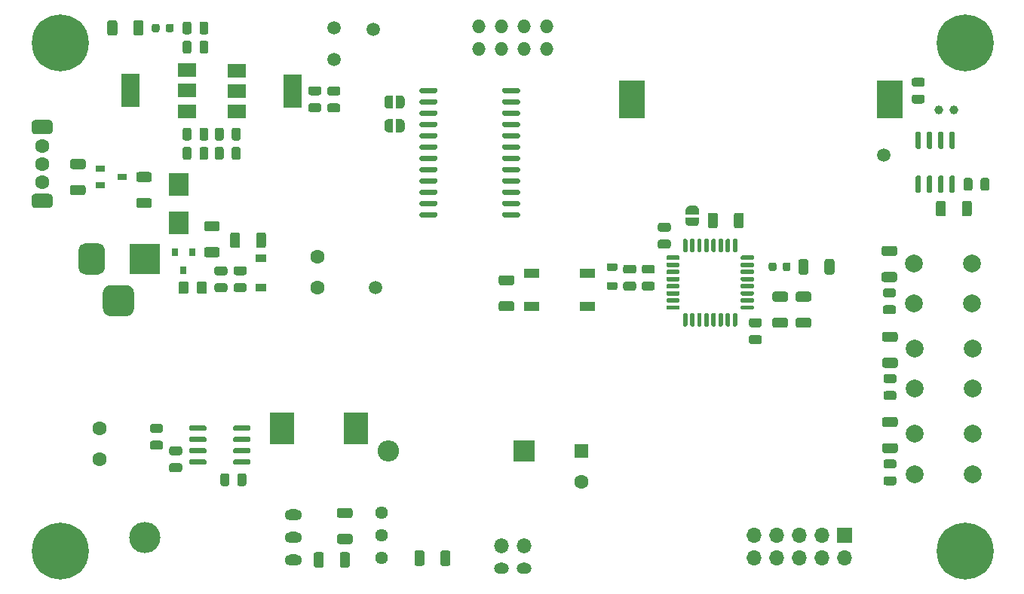
<source format=gts>
G04 #@! TF.GenerationSoftware,KiCad,Pcbnew,(5.1.12-1-10_14)*
G04 #@! TF.CreationDate,2022-01-30T16:39:28+01:00*
G04 #@! TF.ProjectId,NixieDisplayMotherBoardV2,4e697869-6544-4697-9370-6c61794d6f74,rev?*
G04 #@! TF.SameCoordinates,Original*
G04 #@! TF.FileFunction,Soldermask,Top*
G04 #@! TF.FilePolarity,Negative*
%FSLAX46Y46*%
G04 Gerber Fmt 4.6, Leading zero omitted, Abs format (unit mm)*
G04 Created by KiCad (PCBNEW (5.1.12-1-10_14)) date 2022-01-30 16:39:28*
%MOMM*%
%LPD*%
G01*
G04 APERTURE LIST*
%ADD10C,1.600000*%
%ADD11C,1.000000*%
%ADD12R,2.000000X1.500000*%
%ADD13R,2.000000X3.800000*%
%ADD14C,1.500000*%
%ADD15R,1.700000X1.000000*%
%ADD16C,2.000000*%
%ADD17C,1.440000*%
%ADD18O,1.955800X1.270000*%
%ADD19O,3.500000X3.500000*%
%ADD20R,0.800000X0.900000*%
%ADD21R,1.000000X0.700000*%
%ADD22R,2.700000X3.600000*%
%ADD23C,0.100000*%
%ADD24O,1.700000X1.700000*%
%ADD25R,1.700000X1.700000*%
%ADD26R,3.500000X3.500000*%
%ADD27O,1.676400X1.270000*%
%ADD28O,1.676400X1.676400*%
%ADD29O,1.524000X1.524000*%
%ADD30C,0.800000*%
%ADD31C,6.400000*%
%ADD32O,2.400000X2.400000*%
%ADD33R,2.400000X2.400000*%
%ADD34R,1.200000X0.900000*%
%ADD35R,2.300000X2.500000*%
%ADD36R,1.600000X1.600000*%
%ADD37R,3.000000X4.200000*%
G04 APERTURE END LIST*
D10*
X96443800Y-119832000D03*
X96443800Y-116332000D03*
D11*
X192441300Y-80518000D03*
X190741300Y-80518000D03*
G36*
G01*
X141699000Y-78496500D02*
X141699000Y-78221500D01*
G75*
G02*
X141836500Y-78084000I137500J0D01*
G01*
X143561500Y-78084000D01*
G75*
G02*
X143699000Y-78221500I0J-137500D01*
G01*
X143699000Y-78496500D01*
G75*
G02*
X143561500Y-78634000I-137500J0D01*
G01*
X141836500Y-78634000D01*
G75*
G02*
X141699000Y-78496500I0J137500D01*
G01*
G37*
G36*
G01*
X141699000Y-79766500D02*
X141699000Y-79491500D01*
G75*
G02*
X141836500Y-79354000I137500J0D01*
G01*
X143561500Y-79354000D01*
G75*
G02*
X143699000Y-79491500I0J-137500D01*
G01*
X143699000Y-79766500D01*
G75*
G02*
X143561500Y-79904000I-137500J0D01*
G01*
X141836500Y-79904000D01*
G75*
G02*
X141699000Y-79766500I0J137500D01*
G01*
G37*
G36*
G01*
X141699000Y-81036500D02*
X141699000Y-80761500D01*
G75*
G02*
X141836500Y-80624000I137500J0D01*
G01*
X143561500Y-80624000D01*
G75*
G02*
X143699000Y-80761500I0J-137500D01*
G01*
X143699000Y-81036500D01*
G75*
G02*
X143561500Y-81174000I-137500J0D01*
G01*
X141836500Y-81174000D01*
G75*
G02*
X141699000Y-81036500I0J137500D01*
G01*
G37*
G36*
G01*
X141699000Y-82306500D02*
X141699000Y-82031500D01*
G75*
G02*
X141836500Y-81894000I137500J0D01*
G01*
X143561500Y-81894000D01*
G75*
G02*
X143699000Y-82031500I0J-137500D01*
G01*
X143699000Y-82306500D01*
G75*
G02*
X143561500Y-82444000I-137500J0D01*
G01*
X141836500Y-82444000D01*
G75*
G02*
X141699000Y-82306500I0J137500D01*
G01*
G37*
G36*
G01*
X141699000Y-83576500D02*
X141699000Y-83301500D01*
G75*
G02*
X141836500Y-83164000I137500J0D01*
G01*
X143561500Y-83164000D01*
G75*
G02*
X143699000Y-83301500I0J-137500D01*
G01*
X143699000Y-83576500D01*
G75*
G02*
X143561500Y-83714000I-137500J0D01*
G01*
X141836500Y-83714000D01*
G75*
G02*
X141699000Y-83576500I0J137500D01*
G01*
G37*
G36*
G01*
X141699000Y-84846500D02*
X141699000Y-84571500D01*
G75*
G02*
X141836500Y-84434000I137500J0D01*
G01*
X143561500Y-84434000D01*
G75*
G02*
X143699000Y-84571500I0J-137500D01*
G01*
X143699000Y-84846500D01*
G75*
G02*
X143561500Y-84984000I-137500J0D01*
G01*
X141836500Y-84984000D01*
G75*
G02*
X141699000Y-84846500I0J137500D01*
G01*
G37*
G36*
G01*
X141699000Y-86116500D02*
X141699000Y-85841500D01*
G75*
G02*
X141836500Y-85704000I137500J0D01*
G01*
X143561500Y-85704000D01*
G75*
G02*
X143699000Y-85841500I0J-137500D01*
G01*
X143699000Y-86116500D01*
G75*
G02*
X143561500Y-86254000I-137500J0D01*
G01*
X141836500Y-86254000D01*
G75*
G02*
X141699000Y-86116500I0J137500D01*
G01*
G37*
G36*
G01*
X141699000Y-87386500D02*
X141699000Y-87111500D01*
G75*
G02*
X141836500Y-86974000I137500J0D01*
G01*
X143561500Y-86974000D01*
G75*
G02*
X143699000Y-87111500I0J-137500D01*
G01*
X143699000Y-87386500D01*
G75*
G02*
X143561500Y-87524000I-137500J0D01*
G01*
X141836500Y-87524000D01*
G75*
G02*
X141699000Y-87386500I0J137500D01*
G01*
G37*
G36*
G01*
X141699000Y-88656500D02*
X141699000Y-88381500D01*
G75*
G02*
X141836500Y-88244000I137500J0D01*
G01*
X143561500Y-88244000D01*
G75*
G02*
X143699000Y-88381500I0J-137500D01*
G01*
X143699000Y-88656500D01*
G75*
G02*
X143561500Y-88794000I-137500J0D01*
G01*
X141836500Y-88794000D01*
G75*
G02*
X141699000Y-88656500I0J137500D01*
G01*
G37*
G36*
G01*
X141699000Y-89926500D02*
X141699000Y-89651500D01*
G75*
G02*
X141836500Y-89514000I137500J0D01*
G01*
X143561500Y-89514000D01*
G75*
G02*
X143699000Y-89651500I0J-137500D01*
G01*
X143699000Y-89926500D01*
G75*
G02*
X143561500Y-90064000I-137500J0D01*
G01*
X141836500Y-90064000D01*
G75*
G02*
X141699000Y-89926500I0J137500D01*
G01*
G37*
G36*
G01*
X141699000Y-91196500D02*
X141699000Y-90921500D01*
G75*
G02*
X141836500Y-90784000I137500J0D01*
G01*
X143561500Y-90784000D01*
G75*
G02*
X143699000Y-90921500I0J-137500D01*
G01*
X143699000Y-91196500D01*
G75*
G02*
X143561500Y-91334000I-137500J0D01*
G01*
X141836500Y-91334000D01*
G75*
G02*
X141699000Y-91196500I0J137500D01*
G01*
G37*
G36*
G01*
X141699000Y-92466500D02*
X141699000Y-92191500D01*
G75*
G02*
X141836500Y-92054000I137500J0D01*
G01*
X143561500Y-92054000D01*
G75*
G02*
X143699000Y-92191500I0J-137500D01*
G01*
X143699000Y-92466500D01*
G75*
G02*
X143561500Y-92604000I-137500J0D01*
G01*
X141836500Y-92604000D01*
G75*
G02*
X141699000Y-92466500I0J137500D01*
G01*
G37*
G36*
G01*
X132399000Y-92466500D02*
X132399000Y-92191500D01*
G75*
G02*
X132536500Y-92054000I137500J0D01*
G01*
X134261500Y-92054000D01*
G75*
G02*
X134399000Y-92191500I0J-137500D01*
G01*
X134399000Y-92466500D01*
G75*
G02*
X134261500Y-92604000I-137500J0D01*
G01*
X132536500Y-92604000D01*
G75*
G02*
X132399000Y-92466500I0J137500D01*
G01*
G37*
G36*
G01*
X132399000Y-91196500D02*
X132399000Y-90921500D01*
G75*
G02*
X132536500Y-90784000I137500J0D01*
G01*
X134261500Y-90784000D01*
G75*
G02*
X134399000Y-90921500I0J-137500D01*
G01*
X134399000Y-91196500D01*
G75*
G02*
X134261500Y-91334000I-137500J0D01*
G01*
X132536500Y-91334000D01*
G75*
G02*
X132399000Y-91196500I0J137500D01*
G01*
G37*
G36*
G01*
X132399000Y-89926500D02*
X132399000Y-89651500D01*
G75*
G02*
X132536500Y-89514000I137500J0D01*
G01*
X134261500Y-89514000D01*
G75*
G02*
X134399000Y-89651500I0J-137500D01*
G01*
X134399000Y-89926500D01*
G75*
G02*
X134261500Y-90064000I-137500J0D01*
G01*
X132536500Y-90064000D01*
G75*
G02*
X132399000Y-89926500I0J137500D01*
G01*
G37*
G36*
G01*
X132399000Y-88656500D02*
X132399000Y-88381500D01*
G75*
G02*
X132536500Y-88244000I137500J0D01*
G01*
X134261500Y-88244000D01*
G75*
G02*
X134399000Y-88381500I0J-137500D01*
G01*
X134399000Y-88656500D01*
G75*
G02*
X134261500Y-88794000I-137500J0D01*
G01*
X132536500Y-88794000D01*
G75*
G02*
X132399000Y-88656500I0J137500D01*
G01*
G37*
G36*
G01*
X132399000Y-87386500D02*
X132399000Y-87111500D01*
G75*
G02*
X132536500Y-86974000I137500J0D01*
G01*
X134261500Y-86974000D01*
G75*
G02*
X134399000Y-87111500I0J-137500D01*
G01*
X134399000Y-87386500D01*
G75*
G02*
X134261500Y-87524000I-137500J0D01*
G01*
X132536500Y-87524000D01*
G75*
G02*
X132399000Y-87386500I0J137500D01*
G01*
G37*
G36*
G01*
X132399000Y-86116500D02*
X132399000Y-85841500D01*
G75*
G02*
X132536500Y-85704000I137500J0D01*
G01*
X134261500Y-85704000D01*
G75*
G02*
X134399000Y-85841500I0J-137500D01*
G01*
X134399000Y-86116500D01*
G75*
G02*
X134261500Y-86254000I-137500J0D01*
G01*
X132536500Y-86254000D01*
G75*
G02*
X132399000Y-86116500I0J137500D01*
G01*
G37*
G36*
G01*
X132399000Y-84846500D02*
X132399000Y-84571500D01*
G75*
G02*
X132536500Y-84434000I137500J0D01*
G01*
X134261500Y-84434000D01*
G75*
G02*
X134399000Y-84571500I0J-137500D01*
G01*
X134399000Y-84846500D01*
G75*
G02*
X134261500Y-84984000I-137500J0D01*
G01*
X132536500Y-84984000D01*
G75*
G02*
X132399000Y-84846500I0J137500D01*
G01*
G37*
G36*
G01*
X132399000Y-83576500D02*
X132399000Y-83301500D01*
G75*
G02*
X132536500Y-83164000I137500J0D01*
G01*
X134261500Y-83164000D01*
G75*
G02*
X134399000Y-83301500I0J-137500D01*
G01*
X134399000Y-83576500D01*
G75*
G02*
X134261500Y-83714000I-137500J0D01*
G01*
X132536500Y-83714000D01*
G75*
G02*
X132399000Y-83576500I0J137500D01*
G01*
G37*
G36*
G01*
X132399000Y-82306500D02*
X132399000Y-82031500D01*
G75*
G02*
X132536500Y-81894000I137500J0D01*
G01*
X134261500Y-81894000D01*
G75*
G02*
X134399000Y-82031500I0J-137500D01*
G01*
X134399000Y-82306500D01*
G75*
G02*
X134261500Y-82444000I-137500J0D01*
G01*
X132536500Y-82444000D01*
G75*
G02*
X132399000Y-82306500I0J137500D01*
G01*
G37*
G36*
G01*
X132399000Y-81036500D02*
X132399000Y-80761500D01*
G75*
G02*
X132536500Y-80624000I137500J0D01*
G01*
X134261500Y-80624000D01*
G75*
G02*
X134399000Y-80761500I0J-137500D01*
G01*
X134399000Y-81036500D01*
G75*
G02*
X134261500Y-81174000I-137500J0D01*
G01*
X132536500Y-81174000D01*
G75*
G02*
X132399000Y-81036500I0J137500D01*
G01*
G37*
G36*
G01*
X132399000Y-79766500D02*
X132399000Y-79491500D01*
G75*
G02*
X132536500Y-79354000I137500J0D01*
G01*
X134261500Y-79354000D01*
G75*
G02*
X134399000Y-79491500I0J-137500D01*
G01*
X134399000Y-79766500D01*
G75*
G02*
X134261500Y-79904000I-137500J0D01*
G01*
X132536500Y-79904000D01*
G75*
G02*
X132399000Y-79766500I0J137500D01*
G01*
G37*
G36*
G01*
X132399000Y-78496500D02*
X132399000Y-78221500D01*
G75*
G02*
X132536500Y-78084000I137500J0D01*
G01*
X134261500Y-78084000D01*
G75*
G02*
X134399000Y-78221500I0J-137500D01*
G01*
X134399000Y-78496500D01*
G75*
G02*
X134261500Y-78634000I-137500J0D01*
G01*
X132536500Y-78634000D01*
G75*
G02*
X132399000Y-78496500I0J137500D01*
G01*
G37*
G36*
G01*
X192064500Y-87910800D02*
X192364500Y-87910800D01*
G75*
G02*
X192514500Y-88060800I0J-150000D01*
G01*
X192514500Y-89710800D01*
G75*
G02*
X192364500Y-89860800I-150000J0D01*
G01*
X192064500Y-89860800D01*
G75*
G02*
X191914500Y-89710800I0J150000D01*
G01*
X191914500Y-88060800D01*
G75*
G02*
X192064500Y-87910800I150000J0D01*
G01*
G37*
G36*
G01*
X190794500Y-87910800D02*
X191094500Y-87910800D01*
G75*
G02*
X191244500Y-88060800I0J-150000D01*
G01*
X191244500Y-89710800D01*
G75*
G02*
X191094500Y-89860800I-150000J0D01*
G01*
X190794500Y-89860800D01*
G75*
G02*
X190644500Y-89710800I0J150000D01*
G01*
X190644500Y-88060800D01*
G75*
G02*
X190794500Y-87910800I150000J0D01*
G01*
G37*
G36*
G01*
X189524500Y-87910800D02*
X189824500Y-87910800D01*
G75*
G02*
X189974500Y-88060800I0J-150000D01*
G01*
X189974500Y-89710800D01*
G75*
G02*
X189824500Y-89860800I-150000J0D01*
G01*
X189524500Y-89860800D01*
G75*
G02*
X189374500Y-89710800I0J150000D01*
G01*
X189374500Y-88060800D01*
G75*
G02*
X189524500Y-87910800I150000J0D01*
G01*
G37*
G36*
G01*
X188254500Y-87910800D02*
X188554500Y-87910800D01*
G75*
G02*
X188704500Y-88060800I0J-150000D01*
G01*
X188704500Y-89710800D01*
G75*
G02*
X188554500Y-89860800I-150000J0D01*
G01*
X188254500Y-89860800D01*
G75*
G02*
X188104500Y-89710800I0J150000D01*
G01*
X188104500Y-88060800D01*
G75*
G02*
X188254500Y-87910800I150000J0D01*
G01*
G37*
G36*
G01*
X188254500Y-82960800D02*
X188554500Y-82960800D01*
G75*
G02*
X188704500Y-83110800I0J-150000D01*
G01*
X188704500Y-84760800D01*
G75*
G02*
X188554500Y-84910800I-150000J0D01*
G01*
X188254500Y-84910800D01*
G75*
G02*
X188104500Y-84760800I0J150000D01*
G01*
X188104500Y-83110800D01*
G75*
G02*
X188254500Y-82960800I150000J0D01*
G01*
G37*
G36*
G01*
X189524500Y-82960800D02*
X189824500Y-82960800D01*
G75*
G02*
X189974500Y-83110800I0J-150000D01*
G01*
X189974500Y-84760800D01*
G75*
G02*
X189824500Y-84910800I-150000J0D01*
G01*
X189524500Y-84910800D01*
G75*
G02*
X189374500Y-84760800I0J150000D01*
G01*
X189374500Y-83110800D01*
G75*
G02*
X189524500Y-82960800I150000J0D01*
G01*
G37*
G36*
G01*
X190794500Y-82960800D02*
X191094500Y-82960800D01*
G75*
G02*
X191244500Y-83110800I0J-150000D01*
G01*
X191244500Y-84760800D01*
G75*
G02*
X191094500Y-84910800I-150000J0D01*
G01*
X190794500Y-84910800D01*
G75*
G02*
X190644500Y-84760800I0J150000D01*
G01*
X190644500Y-83110800D01*
G75*
G02*
X190794500Y-82960800I150000J0D01*
G01*
G37*
G36*
G01*
X192064500Y-82960800D02*
X192364500Y-82960800D01*
G75*
G02*
X192514500Y-83110800I0J-150000D01*
G01*
X192514500Y-84760800D01*
G75*
G02*
X192364500Y-84910800I-150000J0D01*
G01*
X192064500Y-84910800D01*
G75*
G02*
X191914500Y-84760800I0J150000D01*
G01*
X191914500Y-83110800D01*
G75*
G02*
X192064500Y-82960800I150000J0D01*
G01*
G37*
G36*
G01*
X161986500Y-96399000D02*
X161986500Y-95149000D01*
G75*
G02*
X162111500Y-95024000I125000J0D01*
G01*
X162361500Y-95024000D01*
G75*
G02*
X162486500Y-95149000I0J-125000D01*
G01*
X162486500Y-96399000D01*
G75*
G02*
X162361500Y-96524000I-125000J0D01*
G01*
X162111500Y-96524000D01*
G75*
G02*
X161986500Y-96399000I0J125000D01*
G01*
G37*
G36*
G01*
X162786500Y-96399000D02*
X162786500Y-95149000D01*
G75*
G02*
X162911500Y-95024000I125000J0D01*
G01*
X163161500Y-95024000D01*
G75*
G02*
X163286500Y-95149000I0J-125000D01*
G01*
X163286500Y-96399000D01*
G75*
G02*
X163161500Y-96524000I-125000J0D01*
G01*
X162911500Y-96524000D01*
G75*
G02*
X162786500Y-96399000I0J125000D01*
G01*
G37*
G36*
G01*
X163586500Y-96399000D02*
X163586500Y-95149000D01*
G75*
G02*
X163711500Y-95024000I125000J0D01*
G01*
X163961500Y-95024000D01*
G75*
G02*
X164086500Y-95149000I0J-125000D01*
G01*
X164086500Y-96399000D01*
G75*
G02*
X163961500Y-96524000I-125000J0D01*
G01*
X163711500Y-96524000D01*
G75*
G02*
X163586500Y-96399000I0J125000D01*
G01*
G37*
G36*
G01*
X164386500Y-96399000D02*
X164386500Y-95149000D01*
G75*
G02*
X164511500Y-95024000I125000J0D01*
G01*
X164761500Y-95024000D01*
G75*
G02*
X164886500Y-95149000I0J-125000D01*
G01*
X164886500Y-96399000D01*
G75*
G02*
X164761500Y-96524000I-125000J0D01*
G01*
X164511500Y-96524000D01*
G75*
G02*
X164386500Y-96399000I0J125000D01*
G01*
G37*
G36*
G01*
X165186500Y-96399000D02*
X165186500Y-95149000D01*
G75*
G02*
X165311500Y-95024000I125000J0D01*
G01*
X165561500Y-95024000D01*
G75*
G02*
X165686500Y-95149000I0J-125000D01*
G01*
X165686500Y-96399000D01*
G75*
G02*
X165561500Y-96524000I-125000J0D01*
G01*
X165311500Y-96524000D01*
G75*
G02*
X165186500Y-96399000I0J125000D01*
G01*
G37*
G36*
G01*
X165986500Y-96399000D02*
X165986500Y-95149000D01*
G75*
G02*
X166111500Y-95024000I125000J0D01*
G01*
X166361500Y-95024000D01*
G75*
G02*
X166486500Y-95149000I0J-125000D01*
G01*
X166486500Y-96399000D01*
G75*
G02*
X166361500Y-96524000I-125000J0D01*
G01*
X166111500Y-96524000D01*
G75*
G02*
X165986500Y-96399000I0J125000D01*
G01*
G37*
G36*
G01*
X166786500Y-96399000D02*
X166786500Y-95149000D01*
G75*
G02*
X166911500Y-95024000I125000J0D01*
G01*
X167161500Y-95024000D01*
G75*
G02*
X167286500Y-95149000I0J-125000D01*
G01*
X167286500Y-96399000D01*
G75*
G02*
X167161500Y-96524000I-125000J0D01*
G01*
X166911500Y-96524000D01*
G75*
G02*
X166786500Y-96399000I0J125000D01*
G01*
G37*
G36*
G01*
X167586500Y-96399000D02*
X167586500Y-95149000D01*
G75*
G02*
X167711500Y-95024000I125000J0D01*
G01*
X167961500Y-95024000D01*
G75*
G02*
X168086500Y-95149000I0J-125000D01*
G01*
X168086500Y-96399000D01*
G75*
G02*
X167961500Y-96524000I-125000J0D01*
G01*
X167711500Y-96524000D01*
G75*
G02*
X167586500Y-96399000I0J125000D01*
G01*
G37*
G36*
G01*
X168461500Y-97274000D02*
X168461500Y-97024000D01*
G75*
G02*
X168586500Y-96899000I125000J0D01*
G01*
X169836500Y-96899000D01*
G75*
G02*
X169961500Y-97024000I0J-125000D01*
G01*
X169961500Y-97274000D01*
G75*
G02*
X169836500Y-97399000I-125000J0D01*
G01*
X168586500Y-97399000D01*
G75*
G02*
X168461500Y-97274000I0J125000D01*
G01*
G37*
G36*
G01*
X168461500Y-98074000D02*
X168461500Y-97824000D01*
G75*
G02*
X168586500Y-97699000I125000J0D01*
G01*
X169836500Y-97699000D01*
G75*
G02*
X169961500Y-97824000I0J-125000D01*
G01*
X169961500Y-98074000D01*
G75*
G02*
X169836500Y-98199000I-125000J0D01*
G01*
X168586500Y-98199000D01*
G75*
G02*
X168461500Y-98074000I0J125000D01*
G01*
G37*
G36*
G01*
X168461500Y-98874000D02*
X168461500Y-98624000D01*
G75*
G02*
X168586500Y-98499000I125000J0D01*
G01*
X169836500Y-98499000D01*
G75*
G02*
X169961500Y-98624000I0J-125000D01*
G01*
X169961500Y-98874000D01*
G75*
G02*
X169836500Y-98999000I-125000J0D01*
G01*
X168586500Y-98999000D01*
G75*
G02*
X168461500Y-98874000I0J125000D01*
G01*
G37*
G36*
G01*
X168461500Y-99674000D02*
X168461500Y-99424000D01*
G75*
G02*
X168586500Y-99299000I125000J0D01*
G01*
X169836500Y-99299000D01*
G75*
G02*
X169961500Y-99424000I0J-125000D01*
G01*
X169961500Y-99674000D01*
G75*
G02*
X169836500Y-99799000I-125000J0D01*
G01*
X168586500Y-99799000D01*
G75*
G02*
X168461500Y-99674000I0J125000D01*
G01*
G37*
G36*
G01*
X168461500Y-100474000D02*
X168461500Y-100224000D01*
G75*
G02*
X168586500Y-100099000I125000J0D01*
G01*
X169836500Y-100099000D01*
G75*
G02*
X169961500Y-100224000I0J-125000D01*
G01*
X169961500Y-100474000D01*
G75*
G02*
X169836500Y-100599000I-125000J0D01*
G01*
X168586500Y-100599000D01*
G75*
G02*
X168461500Y-100474000I0J125000D01*
G01*
G37*
G36*
G01*
X168461500Y-101274000D02*
X168461500Y-101024000D01*
G75*
G02*
X168586500Y-100899000I125000J0D01*
G01*
X169836500Y-100899000D01*
G75*
G02*
X169961500Y-101024000I0J-125000D01*
G01*
X169961500Y-101274000D01*
G75*
G02*
X169836500Y-101399000I-125000J0D01*
G01*
X168586500Y-101399000D01*
G75*
G02*
X168461500Y-101274000I0J125000D01*
G01*
G37*
G36*
G01*
X168461500Y-102074000D02*
X168461500Y-101824000D01*
G75*
G02*
X168586500Y-101699000I125000J0D01*
G01*
X169836500Y-101699000D01*
G75*
G02*
X169961500Y-101824000I0J-125000D01*
G01*
X169961500Y-102074000D01*
G75*
G02*
X169836500Y-102199000I-125000J0D01*
G01*
X168586500Y-102199000D01*
G75*
G02*
X168461500Y-102074000I0J125000D01*
G01*
G37*
G36*
G01*
X168461500Y-102874000D02*
X168461500Y-102624000D01*
G75*
G02*
X168586500Y-102499000I125000J0D01*
G01*
X169836500Y-102499000D01*
G75*
G02*
X169961500Y-102624000I0J-125000D01*
G01*
X169961500Y-102874000D01*
G75*
G02*
X169836500Y-102999000I-125000J0D01*
G01*
X168586500Y-102999000D01*
G75*
G02*
X168461500Y-102874000I0J125000D01*
G01*
G37*
G36*
G01*
X167586500Y-104749000D02*
X167586500Y-103499000D01*
G75*
G02*
X167711500Y-103374000I125000J0D01*
G01*
X167961500Y-103374000D01*
G75*
G02*
X168086500Y-103499000I0J-125000D01*
G01*
X168086500Y-104749000D01*
G75*
G02*
X167961500Y-104874000I-125000J0D01*
G01*
X167711500Y-104874000D01*
G75*
G02*
X167586500Y-104749000I0J125000D01*
G01*
G37*
G36*
G01*
X166786500Y-104749000D02*
X166786500Y-103499000D01*
G75*
G02*
X166911500Y-103374000I125000J0D01*
G01*
X167161500Y-103374000D01*
G75*
G02*
X167286500Y-103499000I0J-125000D01*
G01*
X167286500Y-104749000D01*
G75*
G02*
X167161500Y-104874000I-125000J0D01*
G01*
X166911500Y-104874000D01*
G75*
G02*
X166786500Y-104749000I0J125000D01*
G01*
G37*
G36*
G01*
X165986500Y-104749000D02*
X165986500Y-103499000D01*
G75*
G02*
X166111500Y-103374000I125000J0D01*
G01*
X166361500Y-103374000D01*
G75*
G02*
X166486500Y-103499000I0J-125000D01*
G01*
X166486500Y-104749000D01*
G75*
G02*
X166361500Y-104874000I-125000J0D01*
G01*
X166111500Y-104874000D01*
G75*
G02*
X165986500Y-104749000I0J125000D01*
G01*
G37*
G36*
G01*
X165186500Y-104749000D02*
X165186500Y-103499000D01*
G75*
G02*
X165311500Y-103374000I125000J0D01*
G01*
X165561500Y-103374000D01*
G75*
G02*
X165686500Y-103499000I0J-125000D01*
G01*
X165686500Y-104749000D01*
G75*
G02*
X165561500Y-104874000I-125000J0D01*
G01*
X165311500Y-104874000D01*
G75*
G02*
X165186500Y-104749000I0J125000D01*
G01*
G37*
G36*
G01*
X164386500Y-104749000D02*
X164386500Y-103499000D01*
G75*
G02*
X164511500Y-103374000I125000J0D01*
G01*
X164761500Y-103374000D01*
G75*
G02*
X164886500Y-103499000I0J-125000D01*
G01*
X164886500Y-104749000D01*
G75*
G02*
X164761500Y-104874000I-125000J0D01*
G01*
X164511500Y-104874000D01*
G75*
G02*
X164386500Y-104749000I0J125000D01*
G01*
G37*
G36*
G01*
X163586500Y-104749000D02*
X163586500Y-103499000D01*
G75*
G02*
X163711500Y-103374000I125000J0D01*
G01*
X163961500Y-103374000D01*
G75*
G02*
X164086500Y-103499000I0J-125000D01*
G01*
X164086500Y-104749000D01*
G75*
G02*
X163961500Y-104874000I-125000J0D01*
G01*
X163711500Y-104874000D01*
G75*
G02*
X163586500Y-104749000I0J125000D01*
G01*
G37*
G36*
G01*
X162786500Y-104749000D02*
X162786500Y-103499000D01*
G75*
G02*
X162911500Y-103374000I125000J0D01*
G01*
X163161500Y-103374000D01*
G75*
G02*
X163286500Y-103499000I0J-125000D01*
G01*
X163286500Y-104749000D01*
G75*
G02*
X163161500Y-104874000I-125000J0D01*
G01*
X162911500Y-104874000D01*
G75*
G02*
X162786500Y-104749000I0J125000D01*
G01*
G37*
G36*
G01*
X161986500Y-104749000D02*
X161986500Y-103499000D01*
G75*
G02*
X162111500Y-103374000I125000J0D01*
G01*
X162361500Y-103374000D01*
G75*
G02*
X162486500Y-103499000I0J-125000D01*
G01*
X162486500Y-104749000D01*
G75*
G02*
X162361500Y-104874000I-125000J0D01*
G01*
X162111500Y-104874000D01*
G75*
G02*
X161986500Y-104749000I0J125000D01*
G01*
G37*
G36*
G01*
X160111500Y-102874000D02*
X160111500Y-102624000D01*
G75*
G02*
X160236500Y-102499000I125000J0D01*
G01*
X161486500Y-102499000D01*
G75*
G02*
X161611500Y-102624000I0J-125000D01*
G01*
X161611500Y-102874000D01*
G75*
G02*
X161486500Y-102999000I-125000J0D01*
G01*
X160236500Y-102999000D01*
G75*
G02*
X160111500Y-102874000I0J125000D01*
G01*
G37*
G36*
G01*
X160111500Y-102074000D02*
X160111500Y-101824000D01*
G75*
G02*
X160236500Y-101699000I125000J0D01*
G01*
X161486500Y-101699000D01*
G75*
G02*
X161611500Y-101824000I0J-125000D01*
G01*
X161611500Y-102074000D01*
G75*
G02*
X161486500Y-102199000I-125000J0D01*
G01*
X160236500Y-102199000D01*
G75*
G02*
X160111500Y-102074000I0J125000D01*
G01*
G37*
G36*
G01*
X160111500Y-101274000D02*
X160111500Y-101024000D01*
G75*
G02*
X160236500Y-100899000I125000J0D01*
G01*
X161486500Y-100899000D01*
G75*
G02*
X161611500Y-101024000I0J-125000D01*
G01*
X161611500Y-101274000D01*
G75*
G02*
X161486500Y-101399000I-125000J0D01*
G01*
X160236500Y-101399000D01*
G75*
G02*
X160111500Y-101274000I0J125000D01*
G01*
G37*
G36*
G01*
X160111500Y-100474000D02*
X160111500Y-100224000D01*
G75*
G02*
X160236500Y-100099000I125000J0D01*
G01*
X161486500Y-100099000D01*
G75*
G02*
X161611500Y-100224000I0J-125000D01*
G01*
X161611500Y-100474000D01*
G75*
G02*
X161486500Y-100599000I-125000J0D01*
G01*
X160236500Y-100599000D01*
G75*
G02*
X160111500Y-100474000I0J125000D01*
G01*
G37*
G36*
G01*
X160111500Y-99674000D02*
X160111500Y-99424000D01*
G75*
G02*
X160236500Y-99299000I125000J0D01*
G01*
X161486500Y-99299000D01*
G75*
G02*
X161611500Y-99424000I0J-125000D01*
G01*
X161611500Y-99674000D01*
G75*
G02*
X161486500Y-99799000I-125000J0D01*
G01*
X160236500Y-99799000D01*
G75*
G02*
X160111500Y-99674000I0J125000D01*
G01*
G37*
G36*
G01*
X160111500Y-98874000D02*
X160111500Y-98624000D01*
G75*
G02*
X160236500Y-98499000I125000J0D01*
G01*
X161486500Y-98499000D01*
G75*
G02*
X161611500Y-98624000I0J-125000D01*
G01*
X161611500Y-98874000D01*
G75*
G02*
X161486500Y-98999000I-125000J0D01*
G01*
X160236500Y-98999000D01*
G75*
G02*
X160111500Y-98874000I0J125000D01*
G01*
G37*
G36*
G01*
X160111500Y-98074000D02*
X160111500Y-97824000D01*
G75*
G02*
X160236500Y-97699000I125000J0D01*
G01*
X161486500Y-97699000D01*
G75*
G02*
X161611500Y-97824000I0J-125000D01*
G01*
X161611500Y-98074000D01*
G75*
G02*
X161486500Y-98199000I-125000J0D01*
G01*
X160236500Y-98199000D01*
G75*
G02*
X160111500Y-98074000I0J125000D01*
G01*
G37*
G36*
G01*
X160111500Y-97274000D02*
X160111500Y-97024000D01*
G75*
G02*
X160236500Y-96899000I125000J0D01*
G01*
X161486500Y-96899000D01*
G75*
G02*
X161611500Y-97024000I0J-125000D01*
G01*
X161611500Y-97274000D01*
G75*
G02*
X161486500Y-97399000I-125000J0D01*
G01*
X160236500Y-97399000D01*
G75*
G02*
X160111500Y-97274000I0J125000D01*
G01*
G37*
G36*
G01*
X111482000Y-116482000D02*
X111482000Y-116182000D01*
G75*
G02*
X111632000Y-116032000I150000J0D01*
G01*
X113282000Y-116032000D01*
G75*
G02*
X113432000Y-116182000I0J-150000D01*
G01*
X113432000Y-116482000D01*
G75*
G02*
X113282000Y-116632000I-150000J0D01*
G01*
X111632000Y-116632000D01*
G75*
G02*
X111482000Y-116482000I0J150000D01*
G01*
G37*
G36*
G01*
X111482000Y-117752000D02*
X111482000Y-117452000D01*
G75*
G02*
X111632000Y-117302000I150000J0D01*
G01*
X113282000Y-117302000D01*
G75*
G02*
X113432000Y-117452000I0J-150000D01*
G01*
X113432000Y-117752000D01*
G75*
G02*
X113282000Y-117902000I-150000J0D01*
G01*
X111632000Y-117902000D01*
G75*
G02*
X111482000Y-117752000I0J150000D01*
G01*
G37*
G36*
G01*
X111482000Y-119022000D02*
X111482000Y-118722000D01*
G75*
G02*
X111632000Y-118572000I150000J0D01*
G01*
X113282000Y-118572000D01*
G75*
G02*
X113432000Y-118722000I0J-150000D01*
G01*
X113432000Y-119022000D01*
G75*
G02*
X113282000Y-119172000I-150000J0D01*
G01*
X111632000Y-119172000D01*
G75*
G02*
X111482000Y-119022000I0J150000D01*
G01*
G37*
G36*
G01*
X111482000Y-120292000D02*
X111482000Y-119992000D01*
G75*
G02*
X111632000Y-119842000I150000J0D01*
G01*
X113282000Y-119842000D01*
G75*
G02*
X113432000Y-119992000I0J-150000D01*
G01*
X113432000Y-120292000D01*
G75*
G02*
X113282000Y-120442000I-150000J0D01*
G01*
X111632000Y-120442000D01*
G75*
G02*
X111482000Y-120292000I0J150000D01*
G01*
G37*
G36*
G01*
X106532000Y-120292000D02*
X106532000Y-119992000D01*
G75*
G02*
X106682000Y-119842000I150000J0D01*
G01*
X108332000Y-119842000D01*
G75*
G02*
X108482000Y-119992000I0J-150000D01*
G01*
X108482000Y-120292000D01*
G75*
G02*
X108332000Y-120442000I-150000J0D01*
G01*
X106682000Y-120442000D01*
G75*
G02*
X106532000Y-120292000I0J150000D01*
G01*
G37*
G36*
G01*
X106532000Y-119022000D02*
X106532000Y-118722000D01*
G75*
G02*
X106682000Y-118572000I150000J0D01*
G01*
X108332000Y-118572000D01*
G75*
G02*
X108482000Y-118722000I0J-150000D01*
G01*
X108482000Y-119022000D01*
G75*
G02*
X108332000Y-119172000I-150000J0D01*
G01*
X106682000Y-119172000D01*
G75*
G02*
X106532000Y-119022000I0J150000D01*
G01*
G37*
G36*
G01*
X106532000Y-117752000D02*
X106532000Y-117452000D01*
G75*
G02*
X106682000Y-117302000I150000J0D01*
G01*
X108332000Y-117302000D01*
G75*
G02*
X108482000Y-117452000I0J-150000D01*
G01*
X108482000Y-117752000D01*
G75*
G02*
X108332000Y-117902000I-150000J0D01*
G01*
X106682000Y-117902000D01*
G75*
G02*
X106532000Y-117752000I0J150000D01*
G01*
G37*
G36*
G01*
X106532000Y-116482000D02*
X106532000Y-116182000D01*
G75*
G02*
X106682000Y-116032000I150000J0D01*
G01*
X108332000Y-116032000D01*
G75*
G02*
X108482000Y-116182000I0J-150000D01*
G01*
X108482000Y-116482000D01*
G75*
G02*
X108332000Y-116632000I-150000J0D01*
G01*
X106682000Y-116632000D01*
G75*
G02*
X106532000Y-116482000I0J150000D01*
G01*
G37*
D12*
X111861200Y-76084400D03*
X111861200Y-80684400D03*
X111861200Y-78384400D03*
D13*
X118161200Y-78384400D03*
D12*
X106274000Y-80659000D03*
X106274000Y-76059000D03*
X106274000Y-78359000D03*
D13*
X99974000Y-78359000D03*
D14*
X184505600Y-85623400D03*
X127508000Y-100520500D03*
X122809000Y-71310500D03*
X122809000Y-74866500D03*
X127254000Y-71437500D03*
D15*
X151257400Y-102661800D03*
X144957400Y-102661800D03*
X151257400Y-98861800D03*
X144957400Y-98861800D03*
D16*
X194523500Y-116967000D03*
X194523500Y-121467000D03*
X188023500Y-116967000D03*
X188023500Y-121467000D03*
X194523500Y-107378500D03*
X194523500Y-111878500D03*
X188023500Y-107378500D03*
X188023500Y-111878500D03*
X194460000Y-97790000D03*
X194460000Y-102290000D03*
X187960000Y-97790000D03*
X187960000Y-102290000D03*
D10*
X90043000Y-84614000D03*
X90043000Y-86614000D03*
X90043000Y-88614000D03*
G36*
G01*
X89243000Y-81664000D02*
X90843000Y-81664000D01*
G75*
G02*
X91243000Y-82064000I0J-400000D01*
G01*
X91243000Y-82864000D01*
G75*
G02*
X90843000Y-83264000I-400000J0D01*
G01*
X89243000Y-83264000D01*
G75*
G02*
X88843000Y-82864000I0J400000D01*
G01*
X88843000Y-82064000D01*
G75*
G02*
X89243000Y-81664000I400000J0D01*
G01*
G37*
G36*
G01*
X89243000Y-89964000D02*
X90843000Y-89964000D01*
G75*
G02*
X91243000Y-90364000I0J-400000D01*
G01*
X91243000Y-91164000D01*
G75*
G02*
X90843000Y-91564000I-400000J0D01*
G01*
X89243000Y-91564000D01*
G75*
G02*
X88843000Y-91164000I0J400000D01*
G01*
X88843000Y-90364000D01*
G75*
G02*
X89243000Y-89964000I400000J0D01*
G01*
G37*
D17*
X128143000Y-130937000D03*
X128143000Y-128397000D03*
X128143000Y-125857000D03*
G36*
G01*
X167701800Y-93589002D02*
X167701800Y-92338998D01*
G75*
G02*
X167951798Y-92089000I249998J0D01*
G01*
X168576802Y-92089000D01*
G75*
G02*
X168826800Y-92338998I0J-249998D01*
G01*
X168826800Y-93589002D01*
G75*
G02*
X168576802Y-93839000I-249998J0D01*
G01*
X167951798Y-93839000D01*
G75*
G02*
X167701800Y-93589002I0J249998D01*
G01*
G37*
G36*
G01*
X164776800Y-93589002D02*
X164776800Y-92338998D01*
G75*
G02*
X165026798Y-92089000I249998J0D01*
G01*
X165651802Y-92089000D01*
G75*
G02*
X165901800Y-92338998I0J-249998D01*
G01*
X165901800Y-93589002D01*
G75*
G02*
X165651802Y-93839000I-249998J0D01*
G01*
X165026798Y-93839000D01*
G75*
G02*
X164776800Y-93589002I0J249998D01*
G01*
G37*
G36*
G01*
X177874500Y-98796002D02*
X177874500Y-97545998D01*
G75*
G02*
X178124498Y-97296000I249998J0D01*
G01*
X178749502Y-97296000D01*
G75*
G02*
X178999500Y-97545998I0J-249998D01*
G01*
X178999500Y-98796002D01*
G75*
G02*
X178749502Y-99046000I-249998J0D01*
G01*
X178124498Y-99046000D01*
G75*
G02*
X177874500Y-98796002I0J249998D01*
G01*
G37*
G36*
G01*
X174949500Y-98796002D02*
X174949500Y-97545998D01*
G75*
G02*
X175199498Y-97296000I249998J0D01*
G01*
X175824502Y-97296000D01*
G75*
G02*
X176074500Y-97545998I0J-249998D01*
G01*
X176074500Y-98796002D01*
G75*
G02*
X175824502Y-99046000I-249998J0D01*
G01*
X175199498Y-99046000D01*
G75*
G02*
X174949500Y-98796002I0J249998D01*
G01*
G37*
G36*
G01*
X142801502Y-100242800D02*
X141551498Y-100242800D01*
G75*
G02*
X141301500Y-99992802I0J249998D01*
G01*
X141301500Y-99367798D01*
G75*
G02*
X141551498Y-99117800I249998J0D01*
G01*
X142801502Y-99117800D01*
G75*
G02*
X143051500Y-99367798I0J-249998D01*
G01*
X143051500Y-99992802D01*
G75*
G02*
X142801502Y-100242800I-249998J0D01*
G01*
G37*
G36*
G01*
X142801502Y-103167800D02*
X141551498Y-103167800D01*
G75*
G02*
X141301500Y-102917802I0J249998D01*
G01*
X141301500Y-102292798D01*
G75*
G02*
X141551498Y-102042800I249998J0D01*
G01*
X142801502Y-102042800D01*
G75*
G02*
X143051500Y-102292798I0J-249998D01*
G01*
X143051500Y-102917802D01*
G75*
G02*
X142801502Y-103167800I-249998J0D01*
G01*
G37*
G36*
G01*
X176139002Y-102097000D02*
X174888998Y-102097000D01*
G75*
G02*
X174639000Y-101847002I0J249998D01*
G01*
X174639000Y-101221998D01*
G75*
G02*
X174888998Y-100972000I249998J0D01*
G01*
X176139002Y-100972000D01*
G75*
G02*
X176389000Y-101221998I0J-249998D01*
G01*
X176389000Y-101847002D01*
G75*
G02*
X176139002Y-102097000I-249998J0D01*
G01*
G37*
G36*
G01*
X176139002Y-105022000D02*
X174888998Y-105022000D01*
G75*
G02*
X174639000Y-104772002I0J249998D01*
G01*
X174639000Y-104146998D01*
G75*
G02*
X174888998Y-103897000I249998J0D01*
G01*
X176139002Y-103897000D01*
G75*
G02*
X176389000Y-104146998I0J-249998D01*
G01*
X176389000Y-104772002D01*
G75*
G02*
X176139002Y-105022000I-249998J0D01*
G01*
G37*
G36*
G01*
X173522802Y-102097000D02*
X172272798Y-102097000D01*
G75*
G02*
X172022800Y-101847002I0J249998D01*
G01*
X172022800Y-101221998D01*
G75*
G02*
X172272798Y-100972000I249998J0D01*
G01*
X173522802Y-100972000D01*
G75*
G02*
X173772800Y-101221998I0J-249998D01*
G01*
X173772800Y-101847002D01*
G75*
G02*
X173522802Y-102097000I-249998J0D01*
G01*
G37*
G36*
G01*
X173522802Y-105022000D02*
X172272798Y-105022000D01*
G75*
G02*
X172022800Y-104772002I0J249998D01*
G01*
X172022800Y-104146998D01*
G75*
G02*
X172272798Y-103897000I249998J0D01*
G01*
X173522802Y-103897000D01*
G75*
G02*
X173772800Y-104146998I0J-249998D01*
G01*
X173772800Y-104772002D01*
G75*
G02*
X173522802Y-105022000I-249998J0D01*
G01*
G37*
G36*
G01*
X185854502Y-116194000D02*
X184604498Y-116194000D01*
G75*
G02*
X184354500Y-115944002I0J249998D01*
G01*
X184354500Y-115318998D01*
G75*
G02*
X184604498Y-115069000I249998J0D01*
G01*
X185854502Y-115069000D01*
G75*
G02*
X186104500Y-115318998I0J-249998D01*
G01*
X186104500Y-115944002D01*
G75*
G02*
X185854502Y-116194000I-249998J0D01*
G01*
G37*
G36*
G01*
X185854502Y-119119000D02*
X184604498Y-119119000D01*
G75*
G02*
X184354500Y-118869002I0J249998D01*
G01*
X184354500Y-118243998D01*
G75*
G02*
X184604498Y-117994000I249998J0D01*
G01*
X185854502Y-117994000D01*
G75*
G02*
X186104500Y-118243998I0J-249998D01*
G01*
X186104500Y-118869002D01*
G75*
G02*
X185854502Y-119119000I-249998J0D01*
G01*
G37*
G36*
G01*
X191505000Y-91005498D02*
X191505000Y-92255502D01*
G75*
G02*
X191255002Y-92505500I-249998J0D01*
G01*
X190629998Y-92505500D01*
G75*
G02*
X190380000Y-92255502I0J249998D01*
G01*
X190380000Y-91005498D01*
G75*
G02*
X190629998Y-90755500I249998J0D01*
G01*
X191255002Y-90755500D01*
G75*
G02*
X191505000Y-91005498I0J-249998D01*
G01*
G37*
G36*
G01*
X194430000Y-91005498D02*
X194430000Y-92255502D01*
G75*
G02*
X194180002Y-92505500I-249998J0D01*
G01*
X193554998Y-92505500D01*
G75*
G02*
X193305000Y-92255502I0J249998D01*
G01*
X193305000Y-91005498D01*
G75*
G02*
X193554998Y-90755500I249998J0D01*
G01*
X194180002Y-90755500D01*
G75*
G02*
X194430000Y-91005498I0J-249998D01*
G01*
G37*
G36*
G01*
X185854502Y-106605500D02*
X184604498Y-106605500D01*
G75*
G02*
X184354500Y-106355502I0J249998D01*
G01*
X184354500Y-105730498D01*
G75*
G02*
X184604498Y-105480500I249998J0D01*
G01*
X185854502Y-105480500D01*
G75*
G02*
X186104500Y-105730498I0J-249998D01*
G01*
X186104500Y-106355502D01*
G75*
G02*
X185854502Y-106605500I-249998J0D01*
G01*
G37*
G36*
G01*
X185854502Y-109530500D02*
X184604498Y-109530500D01*
G75*
G02*
X184354500Y-109280502I0J249998D01*
G01*
X184354500Y-108655498D01*
G75*
G02*
X184604498Y-108405500I249998J0D01*
G01*
X185854502Y-108405500D01*
G75*
G02*
X186104500Y-108655498I0J-249998D01*
G01*
X186104500Y-109280502D01*
G75*
G02*
X185854502Y-109530500I-249998J0D01*
G01*
G37*
G36*
G01*
X185791002Y-96953500D02*
X184540998Y-96953500D01*
G75*
G02*
X184291000Y-96703502I0J249998D01*
G01*
X184291000Y-96078498D01*
G75*
G02*
X184540998Y-95828500I249998J0D01*
G01*
X185791002Y-95828500D01*
G75*
G02*
X186041000Y-96078498I0J-249998D01*
G01*
X186041000Y-96703502D01*
G75*
G02*
X185791002Y-96953500I-249998J0D01*
G01*
G37*
G36*
G01*
X185791002Y-99878500D02*
X184540998Y-99878500D01*
G75*
G02*
X184291000Y-99628502I0J249998D01*
G01*
X184291000Y-99003498D01*
G75*
G02*
X184540998Y-98753500I249998J0D01*
G01*
X185791002Y-98753500D01*
G75*
G02*
X186041000Y-99003498I0J-249998D01*
G01*
X186041000Y-99628502D01*
G75*
G02*
X185791002Y-99878500I-249998J0D01*
G01*
G37*
G36*
G01*
X123390498Y-128217500D02*
X124640502Y-128217500D01*
G75*
G02*
X124890500Y-128467498I0J-249998D01*
G01*
X124890500Y-129092502D01*
G75*
G02*
X124640502Y-129342500I-249998J0D01*
G01*
X123390498Y-129342500D01*
G75*
G02*
X123140500Y-129092502I0J249998D01*
G01*
X123140500Y-128467498D01*
G75*
G02*
X123390498Y-128217500I249998J0D01*
G01*
G37*
G36*
G01*
X123390498Y-125292500D02*
X124640502Y-125292500D01*
G75*
G02*
X124890500Y-125542498I0J-249998D01*
G01*
X124890500Y-126167502D01*
G75*
G02*
X124640502Y-126417500I-249998J0D01*
G01*
X123390498Y-126417500D01*
G75*
G02*
X123140500Y-126167502I0J249998D01*
G01*
X123140500Y-125542498D01*
G75*
G02*
X123390498Y-125292500I249998J0D01*
G01*
G37*
G36*
G01*
X132958000Y-130311998D02*
X132958000Y-131562002D01*
G75*
G02*
X132708002Y-131812000I-249998J0D01*
G01*
X132082998Y-131812000D01*
G75*
G02*
X131833000Y-131562002I0J249998D01*
G01*
X131833000Y-130311998D01*
G75*
G02*
X132082998Y-130062000I249998J0D01*
G01*
X132708002Y-130062000D01*
G75*
G02*
X132958000Y-130311998I0J-249998D01*
G01*
G37*
G36*
G01*
X135883000Y-130311998D02*
X135883000Y-131562002D01*
G75*
G02*
X135633002Y-131812000I-249998J0D01*
G01*
X135007998Y-131812000D01*
G75*
G02*
X134758000Y-131562002I0J249998D01*
G01*
X134758000Y-130311998D01*
G75*
G02*
X135007998Y-130062000I249998J0D01*
G01*
X135633002Y-130062000D01*
G75*
G02*
X135883000Y-130311998I0J-249998D01*
G01*
G37*
G36*
G01*
X123455000Y-131752502D02*
X123455000Y-130502498D01*
G75*
G02*
X123704998Y-130252500I249998J0D01*
G01*
X124330002Y-130252500D01*
G75*
G02*
X124580000Y-130502498I0J-249998D01*
G01*
X124580000Y-131752502D01*
G75*
G02*
X124330002Y-132002500I-249998J0D01*
G01*
X123704998Y-132002500D01*
G75*
G02*
X123455000Y-131752502I0J249998D01*
G01*
G37*
G36*
G01*
X120530000Y-131752502D02*
X120530000Y-130502498D01*
G75*
G02*
X120779998Y-130252500I249998J0D01*
G01*
X121405002Y-130252500D01*
G75*
G02*
X121655000Y-130502498I0J-249998D01*
G01*
X121655000Y-131752502D01*
G75*
G02*
X121405002Y-132002500I-249998J0D01*
G01*
X120779998Y-132002500D01*
G75*
G02*
X120530000Y-131752502I0J249998D01*
G01*
G37*
G36*
G01*
X112257000Y-94561498D02*
X112257000Y-95811502D01*
G75*
G02*
X112007002Y-96061500I-249998J0D01*
G01*
X111381998Y-96061500D01*
G75*
G02*
X111132000Y-95811502I0J249998D01*
G01*
X111132000Y-94561498D01*
G75*
G02*
X111381998Y-94311500I249998J0D01*
G01*
X112007002Y-94311500D01*
G75*
G02*
X112257000Y-94561498I0J-249998D01*
G01*
G37*
G36*
G01*
X115182000Y-94561498D02*
X115182000Y-95811502D01*
G75*
G02*
X114932002Y-96061500I-249998J0D01*
G01*
X114306998Y-96061500D01*
G75*
G02*
X114057000Y-95811502I0J249998D01*
G01*
X114057000Y-94561498D01*
G75*
G02*
X114306998Y-94311500I249998J0D01*
G01*
X114932002Y-94311500D01*
G75*
G02*
X115182000Y-94561498I0J-249998D01*
G01*
G37*
G36*
G01*
X98477500Y-70685498D02*
X98477500Y-71935502D01*
G75*
G02*
X98227502Y-72185500I-249998J0D01*
G01*
X97602498Y-72185500D01*
G75*
G02*
X97352500Y-71935502I0J249998D01*
G01*
X97352500Y-70685498D01*
G75*
G02*
X97602498Y-70435500I249998J0D01*
G01*
X98227502Y-70435500D01*
G75*
G02*
X98477500Y-70685498I0J-249998D01*
G01*
G37*
G36*
G01*
X101402500Y-70685498D02*
X101402500Y-71935502D01*
G75*
G02*
X101152502Y-72185500I-249998J0D01*
G01*
X100527498Y-72185500D01*
G75*
G02*
X100277500Y-71935502I0J249998D01*
G01*
X100277500Y-70685498D01*
G75*
G02*
X100527498Y-70435500I249998J0D01*
G01*
X101152502Y-70435500D01*
G75*
G02*
X101402500Y-70685498I0J-249998D01*
G01*
G37*
G36*
G01*
X109718002Y-94159500D02*
X108467998Y-94159500D01*
G75*
G02*
X108218000Y-93909502I0J249998D01*
G01*
X108218000Y-93284498D01*
G75*
G02*
X108467998Y-93034500I249998J0D01*
G01*
X109718002Y-93034500D01*
G75*
G02*
X109968000Y-93284498I0J-249998D01*
G01*
X109968000Y-93909502D01*
G75*
G02*
X109718002Y-94159500I-249998J0D01*
G01*
G37*
G36*
G01*
X109718002Y-97084500D02*
X108467998Y-97084500D01*
G75*
G02*
X108218000Y-96834502I0J249998D01*
G01*
X108218000Y-96209498D01*
G75*
G02*
X108467998Y-95959500I249998J0D01*
G01*
X109718002Y-95959500D01*
G75*
G02*
X109968000Y-96209498I0J-249998D01*
G01*
X109968000Y-96834502D01*
G75*
G02*
X109718002Y-97084500I-249998J0D01*
G01*
G37*
G36*
G01*
X102098002Y-88635000D02*
X100847998Y-88635000D01*
G75*
G02*
X100598000Y-88385002I0J249998D01*
G01*
X100598000Y-87759998D01*
G75*
G02*
X100847998Y-87510000I249998J0D01*
G01*
X102098002Y-87510000D01*
G75*
G02*
X102348000Y-87759998I0J-249998D01*
G01*
X102348000Y-88385002D01*
G75*
G02*
X102098002Y-88635000I-249998J0D01*
G01*
G37*
G36*
G01*
X102098002Y-91560000D02*
X100847998Y-91560000D01*
G75*
G02*
X100598000Y-91310002I0J249998D01*
G01*
X100598000Y-90684998D01*
G75*
G02*
X100847998Y-90435000I249998J0D01*
G01*
X102098002Y-90435000D01*
G75*
G02*
X102348000Y-90684998I0J-249998D01*
G01*
X102348000Y-91310002D01*
G75*
G02*
X102098002Y-91560000I-249998J0D01*
G01*
G37*
G36*
G01*
X94668502Y-87174500D02*
X93418498Y-87174500D01*
G75*
G02*
X93168500Y-86924502I0J249998D01*
G01*
X93168500Y-86299498D01*
G75*
G02*
X93418498Y-86049500I249998J0D01*
G01*
X94668502Y-86049500D01*
G75*
G02*
X94918500Y-86299498I0J-249998D01*
G01*
X94918500Y-86924502D01*
G75*
G02*
X94668502Y-87174500I-249998J0D01*
G01*
G37*
G36*
G01*
X94668502Y-90099500D02*
X93418498Y-90099500D01*
G75*
G02*
X93168500Y-89849502I0J249998D01*
G01*
X93168500Y-89224498D01*
G75*
G02*
X93418498Y-88974500I249998J0D01*
G01*
X94668502Y-88974500D01*
G75*
G02*
X94918500Y-89224498I0J-249998D01*
G01*
X94918500Y-89849502D01*
G75*
G02*
X94668502Y-90099500I-249998J0D01*
G01*
G37*
D18*
X118237000Y-126047500D03*
X118237000Y-128587500D03*
X118237000Y-131127500D03*
D19*
X101577000Y-128587500D03*
D20*
X105918000Y-98536000D03*
X104968000Y-96536000D03*
X106868000Y-96536000D03*
D21*
X98990000Y-88074500D03*
X96590000Y-89024500D03*
X96590000Y-87124500D03*
G36*
G01*
X153657050Y-99888200D02*
X154419550Y-99888200D01*
G75*
G02*
X154638300Y-100106950I0J-218750D01*
G01*
X154638300Y-100544450D01*
G75*
G02*
X154419550Y-100763200I-218750J0D01*
G01*
X153657050Y-100763200D01*
G75*
G02*
X153438300Y-100544450I0J218750D01*
G01*
X153438300Y-100106950D01*
G75*
G02*
X153657050Y-99888200I218750J0D01*
G01*
G37*
G36*
G01*
X153657050Y-97763200D02*
X154419550Y-97763200D01*
G75*
G02*
X154638300Y-97981950I0J-218750D01*
G01*
X154638300Y-98419450D01*
G75*
G02*
X154419550Y-98638200I-218750J0D01*
G01*
X153657050Y-98638200D01*
G75*
G02*
X153438300Y-98419450I0J218750D01*
G01*
X153438300Y-97981950D01*
G75*
G02*
X153657050Y-97763200I218750J0D01*
G01*
G37*
D22*
X125244500Y-116332000D03*
X116944500Y-116332000D03*
D23*
G36*
X129453500Y-83046000D02*
G01*
X128953500Y-83046000D01*
X128953500Y-83045398D01*
X128928966Y-83045398D01*
X128880135Y-83040588D01*
X128832010Y-83031016D01*
X128785055Y-83016772D01*
X128739722Y-82997995D01*
X128696449Y-82974864D01*
X128655650Y-82947604D01*
X128617721Y-82916476D01*
X128583024Y-82881779D01*
X128551896Y-82843850D01*
X128524636Y-82803051D01*
X128501505Y-82759778D01*
X128482728Y-82714445D01*
X128468484Y-82667490D01*
X128458912Y-82619365D01*
X128454102Y-82570534D01*
X128454102Y-82546000D01*
X128453500Y-82546000D01*
X128453500Y-82046000D01*
X128454102Y-82046000D01*
X128454102Y-82021466D01*
X128458912Y-81972635D01*
X128468484Y-81924510D01*
X128482728Y-81877555D01*
X128501505Y-81832222D01*
X128524636Y-81788949D01*
X128551896Y-81748150D01*
X128583024Y-81710221D01*
X128617721Y-81675524D01*
X128655650Y-81644396D01*
X128696449Y-81617136D01*
X128739722Y-81594005D01*
X128785055Y-81575228D01*
X128832010Y-81560984D01*
X128880135Y-81551412D01*
X128928966Y-81546602D01*
X128953500Y-81546602D01*
X128953500Y-81546000D01*
X129453500Y-81546000D01*
X129453500Y-83046000D01*
G37*
G36*
X130253500Y-81546602D02*
G01*
X130278034Y-81546602D01*
X130326865Y-81551412D01*
X130374990Y-81560984D01*
X130421945Y-81575228D01*
X130467278Y-81594005D01*
X130510551Y-81617136D01*
X130551350Y-81644396D01*
X130589279Y-81675524D01*
X130623976Y-81710221D01*
X130655104Y-81748150D01*
X130682364Y-81788949D01*
X130705495Y-81832222D01*
X130724272Y-81877555D01*
X130738516Y-81924510D01*
X130748088Y-81972635D01*
X130752898Y-82021466D01*
X130752898Y-82046000D01*
X130753500Y-82046000D01*
X130753500Y-82546000D01*
X130752898Y-82546000D01*
X130752898Y-82570534D01*
X130748088Y-82619365D01*
X130738516Y-82667490D01*
X130724272Y-82714445D01*
X130705495Y-82759778D01*
X130682364Y-82803051D01*
X130655104Y-82843850D01*
X130623976Y-82881779D01*
X130589279Y-82916476D01*
X130551350Y-82947604D01*
X130510551Y-82974864D01*
X130467278Y-82997995D01*
X130421945Y-83016772D01*
X130374990Y-83031016D01*
X130326865Y-83040588D01*
X130278034Y-83045398D01*
X130253500Y-83045398D01*
X130253500Y-83046000D01*
X129753500Y-83046000D01*
X129753500Y-81546000D01*
X130253500Y-81546000D01*
X130253500Y-81546602D01*
G37*
G36*
X130253500Y-78879602D02*
G01*
X130278034Y-78879602D01*
X130326865Y-78884412D01*
X130374990Y-78893984D01*
X130421945Y-78908228D01*
X130467278Y-78927005D01*
X130510551Y-78950136D01*
X130551350Y-78977396D01*
X130589279Y-79008524D01*
X130623976Y-79043221D01*
X130655104Y-79081150D01*
X130682364Y-79121949D01*
X130705495Y-79165222D01*
X130724272Y-79210555D01*
X130738516Y-79257510D01*
X130748088Y-79305635D01*
X130752898Y-79354466D01*
X130752898Y-79379000D01*
X130753500Y-79379000D01*
X130753500Y-79879000D01*
X130752898Y-79879000D01*
X130752898Y-79903534D01*
X130748088Y-79952365D01*
X130738516Y-80000490D01*
X130724272Y-80047445D01*
X130705495Y-80092778D01*
X130682364Y-80136051D01*
X130655104Y-80176850D01*
X130623976Y-80214779D01*
X130589279Y-80249476D01*
X130551350Y-80280604D01*
X130510551Y-80307864D01*
X130467278Y-80330995D01*
X130421945Y-80349772D01*
X130374990Y-80364016D01*
X130326865Y-80373588D01*
X130278034Y-80378398D01*
X130253500Y-80378398D01*
X130253500Y-80379000D01*
X129753500Y-80379000D01*
X129753500Y-78879000D01*
X130253500Y-78879000D01*
X130253500Y-78879602D01*
G37*
G36*
X129453500Y-80379000D02*
G01*
X128953500Y-80379000D01*
X128953500Y-80378398D01*
X128928966Y-80378398D01*
X128880135Y-80373588D01*
X128832010Y-80364016D01*
X128785055Y-80349772D01*
X128739722Y-80330995D01*
X128696449Y-80307864D01*
X128655650Y-80280604D01*
X128617721Y-80249476D01*
X128583024Y-80214779D01*
X128551896Y-80176850D01*
X128524636Y-80136051D01*
X128501505Y-80092778D01*
X128482728Y-80047445D01*
X128468484Y-80000490D01*
X128458912Y-79952365D01*
X128454102Y-79903534D01*
X128454102Y-79879000D01*
X128453500Y-79879000D01*
X128453500Y-79379000D01*
X128454102Y-79379000D01*
X128454102Y-79354466D01*
X128458912Y-79305635D01*
X128468484Y-79257510D01*
X128482728Y-79210555D01*
X128501505Y-79165222D01*
X128524636Y-79121949D01*
X128551896Y-79081150D01*
X128583024Y-79043221D01*
X128617721Y-79008524D01*
X128655650Y-78977396D01*
X128696449Y-78950136D01*
X128739722Y-78927005D01*
X128785055Y-78908228D01*
X128832010Y-78893984D01*
X128880135Y-78884412D01*
X128928966Y-78879602D01*
X128953500Y-78879602D01*
X128953500Y-78879000D01*
X129453500Y-78879000D01*
X129453500Y-80379000D01*
G37*
G36*
X162293202Y-91806000D02*
G01*
X162293202Y-91781466D01*
X162298012Y-91732635D01*
X162307584Y-91684510D01*
X162321828Y-91637555D01*
X162340605Y-91592222D01*
X162363736Y-91548949D01*
X162390996Y-91508150D01*
X162422124Y-91470221D01*
X162456821Y-91435524D01*
X162494750Y-91404396D01*
X162535549Y-91377136D01*
X162578822Y-91354005D01*
X162624155Y-91335228D01*
X162671110Y-91320984D01*
X162719235Y-91311412D01*
X162768066Y-91306602D01*
X162792600Y-91306602D01*
X162792600Y-91306000D01*
X163292600Y-91306000D01*
X163292600Y-91306602D01*
X163317134Y-91306602D01*
X163365965Y-91311412D01*
X163414090Y-91320984D01*
X163461045Y-91335228D01*
X163506378Y-91354005D01*
X163549651Y-91377136D01*
X163590450Y-91404396D01*
X163628379Y-91435524D01*
X163663076Y-91470221D01*
X163694204Y-91508150D01*
X163721464Y-91548949D01*
X163744595Y-91592222D01*
X163763372Y-91637555D01*
X163777616Y-91684510D01*
X163787188Y-91732635D01*
X163791998Y-91781466D01*
X163791998Y-91806000D01*
X163792600Y-91806000D01*
X163792600Y-92306000D01*
X162292600Y-92306000D01*
X162292600Y-91806000D01*
X162293202Y-91806000D01*
G37*
G36*
X163792600Y-92606000D02*
G01*
X163792600Y-93106000D01*
X163791998Y-93106000D01*
X163791998Y-93130534D01*
X163787188Y-93179365D01*
X163777616Y-93227490D01*
X163763372Y-93274445D01*
X163744595Y-93319778D01*
X163721464Y-93363051D01*
X163694204Y-93403850D01*
X163663076Y-93441779D01*
X163628379Y-93476476D01*
X163590450Y-93507604D01*
X163549651Y-93534864D01*
X163506378Y-93557995D01*
X163461045Y-93576772D01*
X163414090Y-93591016D01*
X163365965Y-93600588D01*
X163317134Y-93605398D01*
X163292600Y-93605398D01*
X163292600Y-93606000D01*
X162792600Y-93606000D01*
X162792600Y-93605398D01*
X162768066Y-93605398D01*
X162719235Y-93600588D01*
X162671110Y-93591016D01*
X162624155Y-93576772D01*
X162578822Y-93557995D01*
X162535549Y-93534864D01*
X162494750Y-93507604D01*
X162456821Y-93476476D01*
X162422124Y-93441779D01*
X162390996Y-93403850D01*
X162363736Y-93363051D01*
X162340605Y-93319778D01*
X162321828Y-93274445D01*
X162307584Y-93227490D01*
X162298012Y-93179365D01*
X162293202Y-93130534D01*
X162293202Y-93106000D01*
X162292600Y-93106000D01*
X162292600Y-92606000D01*
X163792600Y-92606000D01*
G37*
D24*
X169989500Y-130873500D03*
X169989500Y-128333500D03*
X172529500Y-130873500D03*
X172529500Y-128333500D03*
X175069500Y-130873500D03*
X175069500Y-128333500D03*
X177609500Y-130873500D03*
X177609500Y-128333500D03*
X180149500Y-130873500D03*
D25*
X180149500Y-128333500D03*
G36*
G01*
X96850000Y-102857000D02*
X96850000Y-101107000D01*
G75*
G02*
X97725000Y-100232000I875000J0D01*
G01*
X99475000Y-100232000D01*
G75*
G02*
X100350000Y-101107000I0J-875000D01*
G01*
X100350000Y-102857000D01*
G75*
G02*
X99475000Y-103732000I-875000J0D01*
G01*
X97725000Y-103732000D01*
G75*
G02*
X96850000Y-102857000I0J875000D01*
G01*
G37*
G36*
G01*
X94100000Y-98282000D02*
X94100000Y-96282000D01*
G75*
G02*
X94850000Y-95532000I750000J0D01*
G01*
X96350000Y-95532000D01*
G75*
G02*
X97100000Y-96282000I0J-750000D01*
G01*
X97100000Y-98282000D01*
G75*
G02*
X96350000Y-99032000I-750000J0D01*
G01*
X94850000Y-99032000D01*
G75*
G02*
X94100000Y-98282000I0J750000D01*
G01*
G37*
D26*
X101600000Y-97282000D03*
D27*
X144145000Y-132080000D03*
D28*
X144145000Y-129540000D03*
D27*
X141605000Y-132080000D03*
D28*
X141605000Y-129540000D03*
D29*
X146685000Y-73660000D03*
X146685000Y-71120000D03*
X144145000Y-73660000D03*
X144145000Y-71120000D03*
X141605000Y-73660000D03*
X141605000Y-71120000D03*
X139065000Y-73660000D03*
X139065000Y-71120000D03*
D30*
X195372056Y-128477944D03*
X193675000Y-127775000D03*
X191977944Y-128477944D03*
X191275000Y-130175000D03*
X191977944Y-131872056D03*
X193675000Y-132575000D03*
X195372056Y-131872056D03*
X196075000Y-130175000D03*
D31*
X193675000Y-130175000D03*
D30*
X93772056Y-128477944D03*
X92075000Y-127775000D03*
X90377944Y-128477944D03*
X89675000Y-130175000D03*
X90377944Y-131872056D03*
X92075000Y-132575000D03*
X93772056Y-131872056D03*
X94475000Y-130175000D03*
D31*
X92075000Y-130175000D03*
D30*
X195372056Y-71327944D03*
X193675000Y-70625000D03*
X191977944Y-71327944D03*
X191275000Y-73025000D03*
X191977944Y-74722056D03*
X193675000Y-75425000D03*
X195372056Y-74722056D03*
X196075000Y-73025000D03*
D31*
X193675000Y-73025000D03*
D30*
X93772056Y-71327944D03*
X92075000Y-70625000D03*
X90377944Y-71327944D03*
X89675000Y-73025000D03*
X90377944Y-74722056D03*
X92075000Y-75425000D03*
X93772056Y-74722056D03*
X94475000Y-73025000D03*
D31*
X92075000Y-73025000D03*
G36*
G01*
X106484000Y-100070499D02*
X106484000Y-100970501D01*
G75*
G02*
X106234001Y-101220500I-249999J0D01*
G01*
X105583999Y-101220500D01*
G75*
G02*
X105334000Y-100970501I0J249999D01*
G01*
X105334000Y-100070499D01*
G75*
G02*
X105583999Y-99820500I249999J0D01*
G01*
X106234001Y-99820500D01*
G75*
G02*
X106484000Y-100070499I0J-249999D01*
G01*
G37*
G36*
G01*
X108534000Y-100070499D02*
X108534000Y-100970501D01*
G75*
G02*
X108284001Y-101220500I-249999J0D01*
G01*
X107633999Y-101220500D01*
G75*
G02*
X107384000Y-100970501I0J249999D01*
G01*
X107384000Y-100070499D01*
G75*
G02*
X107633999Y-99820500I249999J0D01*
G01*
X108284001Y-99820500D01*
G75*
G02*
X108534000Y-100070499I0J-249999D01*
G01*
G37*
G36*
G01*
X172497000Y-97914750D02*
X172497000Y-98427250D01*
G75*
G02*
X172278250Y-98646000I-218750J0D01*
G01*
X171840750Y-98646000D01*
G75*
G02*
X171622000Y-98427250I0J218750D01*
G01*
X171622000Y-97914750D01*
G75*
G02*
X171840750Y-97696000I218750J0D01*
G01*
X172278250Y-97696000D01*
G75*
G02*
X172497000Y-97914750I0J-218750D01*
G01*
G37*
G36*
G01*
X174072000Y-97914750D02*
X174072000Y-98427250D01*
G75*
G02*
X173853250Y-98646000I-218750J0D01*
G01*
X173415750Y-98646000D01*
G75*
G02*
X173197000Y-98427250I0J218750D01*
G01*
X173197000Y-97914750D01*
G75*
G02*
X173415750Y-97696000I218750J0D01*
G01*
X173853250Y-97696000D01*
G75*
G02*
X174072000Y-97914750I0J-218750D01*
G01*
G37*
D32*
X128905000Y-118872000D03*
D33*
X144145000Y-118872000D03*
D34*
X114617500Y-97219500D03*
X114617500Y-100519500D03*
G36*
G01*
X103918500Y-71566750D02*
X103918500Y-71054250D01*
G75*
G02*
X104137250Y-70835500I218750J0D01*
G01*
X104574750Y-70835500D01*
G75*
G02*
X104793500Y-71054250I0J-218750D01*
G01*
X104793500Y-71566750D01*
G75*
G02*
X104574750Y-71785500I-218750J0D01*
G01*
X104137250Y-71785500D01*
G75*
G02*
X103918500Y-71566750I0J218750D01*
G01*
G37*
G36*
G01*
X102343500Y-71566750D02*
X102343500Y-71054250D01*
G75*
G02*
X102562250Y-70835500I218750J0D01*
G01*
X102999750Y-70835500D01*
G75*
G02*
X103218500Y-71054250I0J-218750D01*
G01*
X103218500Y-71566750D01*
G75*
G02*
X102999750Y-71785500I-218750J0D01*
G01*
X102562250Y-71785500D01*
G75*
G02*
X102343500Y-71566750I0J218750D01*
G01*
G37*
D35*
X105410000Y-88909000D03*
X105410000Y-93209000D03*
G36*
G01*
X185704500Y-120835000D02*
X184754500Y-120835000D01*
G75*
G02*
X184504500Y-120585000I0J250000D01*
G01*
X184504500Y-120085000D01*
G75*
G02*
X184754500Y-119835000I250000J0D01*
G01*
X185704500Y-119835000D01*
G75*
G02*
X185954500Y-120085000I0J-250000D01*
G01*
X185954500Y-120585000D01*
G75*
G02*
X185704500Y-120835000I-250000J0D01*
G01*
G37*
G36*
G01*
X185704500Y-122735000D02*
X184754500Y-122735000D01*
G75*
G02*
X184504500Y-122485000I0J250000D01*
G01*
X184504500Y-121985000D01*
G75*
G02*
X184754500Y-121735000I250000J0D01*
G01*
X185704500Y-121735000D01*
G75*
G02*
X185954500Y-121985000I0J-250000D01*
G01*
X185954500Y-122485000D01*
G75*
G02*
X185704500Y-122735000I-250000J0D01*
G01*
G37*
G36*
G01*
X158577300Y-98940200D02*
X157627300Y-98940200D01*
G75*
G02*
X157377300Y-98690200I0J250000D01*
G01*
X157377300Y-98190200D01*
G75*
G02*
X157627300Y-97940200I250000J0D01*
G01*
X158577300Y-97940200D01*
G75*
G02*
X158827300Y-98190200I0J-250000D01*
G01*
X158827300Y-98690200D01*
G75*
G02*
X158577300Y-98940200I-250000J0D01*
G01*
G37*
G36*
G01*
X158577300Y-100840200D02*
X157627300Y-100840200D01*
G75*
G02*
X157377300Y-100590200I0J250000D01*
G01*
X157377300Y-100090200D01*
G75*
G02*
X157627300Y-99840200I250000J0D01*
G01*
X158577300Y-99840200D01*
G75*
G02*
X158827300Y-100090200I0J-250000D01*
G01*
X158827300Y-100590200D01*
G75*
G02*
X158577300Y-100840200I-250000J0D01*
G01*
G37*
G36*
G01*
X156481800Y-98940200D02*
X155531800Y-98940200D01*
G75*
G02*
X155281800Y-98690200I0J250000D01*
G01*
X155281800Y-98190200D01*
G75*
G02*
X155531800Y-97940200I250000J0D01*
G01*
X156481800Y-97940200D01*
G75*
G02*
X156731800Y-98190200I0J-250000D01*
G01*
X156731800Y-98690200D01*
G75*
G02*
X156481800Y-98940200I-250000J0D01*
G01*
G37*
G36*
G01*
X156481800Y-100840200D02*
X155531800Y-100840200D01*
G75*
G02*
X155281800Y-100590200I0J250000D01*
G01*
X155281800Y-100090200D01*
G75*
G02*
X155531800Y-99840200I250000J0D01*
G01*
X156481800Y-99840200D01*
G75*
G02*
X156731800Y-100090200I0J-250000D01*
G01*
X156731800Y-100590200D01*
G75*
G02*
X156481800Y-100840200I-250000J0D01*
G01*
G37*
G36*
G01*
X185704500Y-111246500D02*
X184754500Y-111246500D01*
G75*
G02*
X184504500Y-110996500I0J250000D01*
G01*
X184504500Y-110496500D01*
G75*
G02*
X184754500Y-110246500I250000J0D01*
G01*
X185704500Y-110246500D01*
G75*
G02*
X185954500Y-110496500I0J-250000D01*
G01*
X185954500Y-110996500D01*
G75*
G02*
X185704500Y-111246500I-250000J0D01*
G01*
G37*
G36*
G01*
X185704500Y-113146500D02*
X184754500Y-113146500D01*
G75*
G02*
X184504500Y-112896500I0J250000D01*
G01*
X184504500Y-112396500D01*
G75*
G02*
X184754500Y-112146500I250000J0D01*
G01*
X185704500Y-112146500D01*
G75*
G02*
X185954500Y-112396500I0J-250000D01*
G01*
X185954500Y-112896500D01*
G75*
G02*
X185704500Y-113146500I-250000J0D01*
G01*
G37*
G36*
G01*
X188879500Y-77909000D02*
X187929500Y-77909000D01*
G75*
G02*
X187679500Y-77659000I0J250000D01*
G01*
X187679500Y-77159000D01*
G75*
G02*
X187929500Y-76909000I250000J0D01*
G01*
X188879500Y-76909000D01*
G75*
G02*
X189129500Y-77159000I0J-250000D01*
G01*
X189129500Y-77659000D01*
G75*
G02*
X188879500Y-77909000I-250000J0D01*
G01*
G37*
G36*
G01*
X188879500Y-79809000D02*
X187929500Y-79809000D01*
G75*
G02*
X187679500Y-79559000I0J250000D01*
G01*
X187679500Y-79059000D01*
G75*
G02*
X187929500Y-78809000I250000J0D01*
G01*
X188879500Y-78809000D01*
G75*
G02*
X189129500Y-79059000I0J-250000D01*
G01*
X189129500Y-79559000D01*
G75*
G02*
X188879500Y-79809000I-250000J0D01*
G01*
G37*
G36*
G01*
X195395000Y-89375000D02*
X195395000Y-88425000D01*
G75*
G02*
X195645000Y-88175000I250000J0D01*
G01*
X196145000Y-88175000D01*
G75*
G02*
X196395000Y-88425000I0J-250000D01*
G01*
X196395000Y-89375000D01*
G75*
G02*
X196145000Y-89625000I-250000J0D01*
G01*
X195645000Y-89625000D01*
G75*
G02*
X195395000Y-89375000I0J250000D01*
G01*
G37*
G36*
G01*
X193495000Y-89375000D02*
X193495000Y-88425000D01*
G75*
G02*
X193745000Y-88175000I250000J0D01*
G01*
X194245000Y-88175000D01*
G75*
G02*
X194495000Y-88425000I0J-250000D01*
G01*
X194495000Y-89375000D01*
G75*
G02*
X194245000Y-89625000I-250000J0D01*
G01*
X193745000Y-89625000D01*
G75*
G02*
X193495000Y-89375000I0J250000D01*
G01*
G37*
G36*
G01*
X185641000Y-101594500D02*
X184691000Y-101594500D01*
G75*
G02*
X184441000Y-101344500I0J250000D01*
G01*
X184441000Y-100844500D01*
G75*
G02*
X184691000Y-100594500I250000J0D01*
G01*
X185641000Y-100594500D01*
G75*
G02*
X185891000Y-100844500I0J-250000D01*
G01*
X185891000Y-101344500D01*
G75*
G02*
X185641000Y-101594500I-250000J0D01*
G01*
G37*
G36*
G01*
X185641000Y-103494500D02*
X184691000Y-103494500D01*
G75*
G02*
X184441000Y-103244500I0J250000D01*
G01*
X184441000Y-102744500D01*
G75*
G02*
X184691000Y-102494500I250000J0D01*
G01*
X185641000Y-102494500D01*
G75*
G02*
X185891000Y-102744500I0J-250000D01*
G01*
X185891000Y-103244500D01*
G75*
G02*
X185641000Y-103494500I-250000J0D01*
G01*
G37*
G36*
G01*
X160368000Y-94228500D02*
X159418000Y-94228500D01*
G75*
G02*
X159168000Y-93978500I0J250000D01*
G01*
X159168000Y-93478500D01*
G75*
G02*
X159418000Y-93228500I250000J0D01*
G01*
X160368000Y-93228500D01*
G75*
G02*
X160618000Y-93478500I0J-250000D01*
G01*
X160618000Y-93978500D01*
G75*
G02*
X160368000Y-94228500I-250000J0D01*
G01*
G37*
G36*
G01*
X160368000Y-96128500D02*
X159418000Y-96128500D01*
G75*
G02*
X159168000Y-95878500I0J250000D01*
G01*
X159168000Y-95378500D01*
G75*
G02*
X159418000Y-95128500I250000J0D01*
G01*
X160368000Y-95128500D01*
G75*
G02*
X160618000Y-95378500I0J-250000D01*
G01*
X160618000Y-95878500D01*
G75*
G02*
X160368000Y-96128500I-250000J0D01*
G01*
G37*
G36*
G01*
X169641500Y-105860000D02*
X170591500Y-105860000D01*
G75*
G02*
X170841500Y-106110000I0J-250000D01*
G01*
X170841500Y-106610000D01*
G75*
G02*
X170591500Y-106860000I-250000J0D01*
G01*
X169641500Y-106860000D01*
G75*
G02*
X169391500Y-106610000I0J250000D01*
G01*
X169391500Y-106110000D01*
G75*
G02*
X169641500Y-105860000I250000J0D01*
G01*
G37*
G36*
G01*
X169641500Y-103960000D02*
X170591500Y-103960000D01*
G75*
G02*
X170841500Y-104210000I0J-250000D01*
G01*
X170841500Y-104710000D01*
G75*
G02*
X170591500Y-104960000I-250000J0D01*
G01*
X169641500Y-104960000D01*
G75*
G02*
X169391500Y-104710000I0J250000D01*
G01*
X169391500Y-104210000D01*
G75*
G02*
X169641500Y-103960000I250000J0D01*
G01*
G37*
D10*
X150622000Y-122372000D03*
D36*
X150622000Y-118872000D03*
G36*
G01*
X111056000Y-121635500D02*
X111056000Y-122585500D01*
G75*
G02*
X110806000Y-122835500I-250000J0D01*
G01*
X110306000Y-122835500D01*
G75*
G02*
X110056000Y-122585500I0J250000D01*
G01*
X110056000Y-121635500D01*
G75*
G02*
X110306000Y-121385500I250000J0D01*
G01*
X110806000Y-121385500D01*
G75*
G02*
X111056000Y-121635500I0J-250000D01*
G01*
G37*
G36*
G01*
X112956000Y-121635500D02*
X112956000Y-122585500D01*
G75*
G02*
X112706000Y-122835500I-250000J0D01*
G01*
X112206000Y-122835500D01*
G75*
G02*
X111956000Y-122585500I0J250000D01*
G01*
X111956000Y-121635500D01*
G75*
G02*
X112206000Y-121385500I250000J0D01*
G01*
X112706000Y-121385500D01*
G75*
G02*
X112956000Y-121635500I0J-250000D01*
G01*
G37*
G36*
G01*
X104554000Y-120274500D02*
X105504000Y-120274500D01*
G75*
G02*
X105754000Y-120524500I0J-250000D01*
G01*
X105754000Y-121024500D01*
G75*
G02*
X105504000Y-121274500I-250000J0D01*
G01*
X104554000Y-121274500D01*
G75*
G02*
X104304000Y-121024500I0J250000D01*
G01*
X104304000Y-120524500D01*
G75*
G02*
X104554000Y-120274500I250000J0D01*
G01*
G37*
G36*
G01*
X104554000Y-118374500D02*
X105504000Y-118374500D01*
G75*
G02*
X105754000Y-118624500I0J-250000D01*
G01*
X105754000Y-119124500D01*
G75*
G02*
X105504000Y-119374500I-250000J0D01*
G01*
X104554000Y-119374500D01*
G75*
G02*
X104304000Y-119124500I0J250000D01*
G01*
X104304000Y-118624500D01*
G75*
G02*
X104554000Y-118374500I250000J0D01*
G01*
G37*
G36*
G01*
X102395000Y-117734500D02*
X103345000Y-117734500D01*
G75*
G02*
X103595000Y-117984500I0J-250000D01*
G01*
X103595000Y-118484500D01*
G75*
G02*
X103345000Y-118734500I-250000J0D01*
G01*
X102395000Y-118734500D01*
G75*
G02*
X102145000Y-118484500I0J250000D01*
G01*
X102145000Y-117984500D01*
G75*
G02*
X102395000Y-117734500I250000J0D01*
G01*
G37*
G36*
G01*
X102395000Y-115834500D02*
X103345000Y-115834500D01*
G75*
G02*
X103595000Y-116084500I0J-250000D01*
G01*
X103595000Y-116584500D01*
G75*
G02*
X103345000Y-116834500I-250000J0D01*
G01*
X102395000Y-116834500D01*
G75*
G02*
X102145000Y-116584500I0J250000D01*
G01*
X102145000Y-116084500D01*
G75*
G02*
X102395000Y-115834500I250000J0D01*
G01*
G37*
G36*
G01*
X112743000Y-99118000D02*
X111793000Y-99118000D01*
G75*
G02*
X111543000Y-98868000I0J250000D01*
G01*
X111543000Y-98368000D01*
G75*
G02*
X111793000Y-98118000I250000J0D01*
G01*
X112743000Y-98118000D01*
G75*
G02*
X112993000Y-98368000I0J-250000D01*
G01*
X112993000Y-98868000D01*
G75*
G02*
X112743000Y-99118000I-250000J0D01*
G01*
G37*
G36*
G01*
X112743000Y-101018000D02*
X111793000Y-101018000D01*
G75*
G02*
X111543000Y-100768000I0J250000D01*
G01*
X111543000Y-100268000D01*
G75*
G02*
X111793000Y-100018000I250000J0D01*
G01*
X112743000Y-100018000D01*
G75*
G02*
X112993000Y-100268000I0J-250000D01*
G01*
X112993000Y-100768000D01*
G75*
G02*
X112743000Y-101018000I-250000J0D01*
G01*
G37*
G36*
G01*
X110584000Y-99118000D02*
X109634000Y-99118000D01*
G75*
G02*
X109384000Y-98868000I0J250000D01*
G01*
X109384000Y-98368000D01*
G75*
G02*
X109634000Y-98118000I250000J0D01*
G01*
X110584000Y-98118000D01*
G75*
G02*
X110834000Y-98368000I0J-250000D01*
G01*
X110834000Y-98868000D01*
G75*
G02*
X110584000Y-99118000I-250000J0D01*
G01*
G37*
G36*
G01*
X110584000Y-101018000D02*
X109634000Y-101018000D01*
G75*
G02*
X109384000Y-100768000I0J250000D01*
G01*
X109384000Y-100268000D01*
G75*
G02*
X109634000Y-100018000I250000J0D01*
G01*
X110584000Y-100018000D01*
G75*
G02*
X110834000Y-100268000I0J-250000D01*
G01*
X110834000Y-100768000D01*
G75*
G02*
X110584000Y-101018000I-250000J0D01*
G01*
G37*
D10*
X120967500Y-97020500D03*
X120967500Y-100520500D03*
G36*
G01*
X107701500Y-71785500D02*
X107701500Y-70835500D01*
G75*
G02*
X107951500Y-70585500I250000J0D01*
G01*
X108451500Y-70585500D01*
G75*
G02*
X108701500Y-70835500I0J-250000D01*
G01*
X108701500Y-71785500D01*
G75*
G02*
X108451500Y-72035500I-250000J0D01*
G01*
X107951500Y-72035500D01*
G75*
G02*
X107701500Y-71785500I0J250000D01*
G01*
G37*
G36*
G01*
X105801500Y-71785500D02*
X105801500Y-70835500D01*
G75*
G02*
X106051500Y-70585500I250000J0D01*
G01*
X106551500Y-70585500D01*
G75*
G02*
X106801500Y-70835500I0J-250000D01*
G01*
X106801500Y-71785500D01*
G75*
G02*
X106551500Y-72035500I-250000J0D01*
G01*
X106051500Y-72035500D01*
G75*
G02*
X105801500Y-71785500I0J250000D01*
G01*
G37*
G36*
G01*
X122308600Y-79799600D02*
X123258600Y-79799600D01*
G75*
G02*
X123508600Y-80049600I0J-250000D01*
G01*
X123508600Y-80549600D01*
G75*
G02*
X123258600Y-80799600I-250000J0D01*
G01*
X122308600Y-80799600D01*
G75*
G02*
X122058600Y-80549600I0J250000D01*
G01*
X122058600Y-80049600D01*
G75*
G02*
X122308600Y-79799600I250000J0D01*
G01*
G37*
G36*
G01*
X122308600Y-77899600D02*
X123258600Y-77899600D01*
G75*
G02*
X123508600Y-78149600I0J-250000D01*
G01*
X123508600Y-78649600D01*
G75*
G02*
X123258600Y-78899600I-250000J0D01*
G01*
X122308600Y-78899600D01*
G75*
G02*
X122058600Y-78649600I0J250000D01*
G01*
X122058600Y-78149600D01*
G75*
G02*
X122308600Y-77899600I250000J0D01*
G01*
G37*
G36*
G01*
X107701500Y-73944500D02*
X107701500Y-72994500D01*
G75*
G02*
X107951500Y-72744500I250000J0D01*
G01*
X108451500Y-72744500D01*
G75*
G02*
X108701500Y-72994500I0J-250000D01*
G01*
X108701500Y-73944500D01*
G75*
G02*
X108451500Y-74194500I-250000J0D01*
G01*
X107951500Y-74194500D01*
G75*
G02*
X107701500Y-73944500I0J250000D01*
G01*
G37*
G36*
G01*
X105801500Y-73944500D02*
X105801500Y-72994500D01*
G75*
G02*
X106051500Y-72744500I250000J0D01*
G01*
X106551500Y-72744500D01*
G75*
G02*
X106801500Y-72994500I0J-250000D01*
G01*
X106801500Y-73944500D01*
G75*
G02*
X106551500Y-74194500I-250000J0D01*
G01*
X106051500Y-74194500D01*
G75*
G02*
X105801500Y-73944500I0J250000D01*
G01*
G37*
G36*
G01*
X120175000Y-79784400D02*
X121125000Y-79784400D01*
G75*
G02*
X121375000Y-80034400I0J-250000D01*
G01*
X121375000Y-80534400D01*
G75*
G02*
X121125000Y-80784400I-250000J0D01*
G01*
X120175000Y-80784400D01*
G75*
G02*
X119925000Y-80534400I0J250000D01*
G01*
X119925000Y-80034400D01*
G75*
G02*
X120175000Y-79784400I250000J0D01*
G01*
G37*
G36*
G01*
X120175000Y-77884400D02*
X121125000Y-77884400D01*
G75*
G02*
X121375000Y-78134400I0J-250000D01*
G01*
X121375000Y-78634400D01*
G75*
G02*
X121125000Y-78884400I-250000J0D01*
G01*
X120175000Y-78884400D01*
G75*
G02*
X119925000Y-78634400I0J250000D01*
G01*
X119925000Y-78134400D01*
G75*
G02*
X120175000Y-77884400I250000J0D01*
G01*
G37*
G36*
G01*
X110421000Y-82773500D02*
X110421000Y-83723500D01*
G75*
G02*
X110171000Y-83973500I-250000J0D01*
G01*
X109671000Y-83973500D01*
G75*
G02*
X109421000Y-83723500I0J250000D01*
G01*
X109421000Y-82773500D01*
G75*
G02*
X109671000Y-82523500I250000J0D01*
G01*
X110171000Y-82523500D01*
G75*
G02*
X110421000Y-82773500I0J-250000D01*
G01*
G37*
G36*
G01*
X112321000Y-82773500D02*
X112321000Y-83723500D01*
G75*
G02*
X112071000Y-83973500I-250000J0D01*
G01*
X111571000Y-83973500D01*
G75*
G02*
X111321000Y-83723500I0J250000D01*
G01*
X111321000Y-82773500D01*
G75*
G02*
X111571000Y-82523500I250000J0D01*
G01*
X112071000Y-82523500D01*
G75*
G02*
X112321000Y-82773500I0J-250000D01*
G01*
G37*
G36*
G01*
X107701500Y-83723500D02*
X107701500Y-82773500D01*
G75*
G02*
X107951500Y-82523500I250000J0D01*
G01*
X108451500Y-82523500D01*
G75*
G02*
X108701500Y-82773500I0J-250000D01*
G01*
X108701500Y-83723500D01*
G75*
G02*
X108451500Y-83973500I-250000J0D01*
G01*
X107951500Y-83973500D01*
G75*
G02*
X107701500Y-83723500I0J250000D01*
G01*
G37*
G36*
G01*
X105801500Y-83723500D02*
X105801500Y-82773500D01*
G75*
G02*
X106051500Y-82523500I250000J0D01*
G01*
X106551500Y-82523500D01*
G75*
G02*
X106801500Y-82773500I0J-250000D01*
G01*
X106801500Y-83723500D01*
G75*
G02*
X106551500Y-83973500I-250000J0D01*
G01*
X106051500Y-83973500D01*
G75*
G02*
X105801500Y-83723500I0J250000D01*
G01*
G37*
G36*
G01*
X110421000Y-84932500D02*
X110421000Y-85882500D01*
G75*
G02*
X110171000Y-86132500I-250000J0D01*
G01*
X109671000Y-86132500D01*
G75*
G02*
X109421000Y-85882500I0J250000D01*
G01*
X109421000Y-84932500D01*
G75*
G02*
X109671000Y-84682500I250000J0D01*
G01*
X110171000Y-84682500D01*
G75*
G02*
X110421000Y-84932500I0J-250000D01*
G01*
G37*
G36*
G01*
X112321000Y-84932500D02*
X112321000Y-85882500D01*
G75*
G02*
X112071000Y-86132500I-250000J0D01*
G01*
X111571000Y-86132500D01*
G75*
G02*
X111321000Y-85882500I0J250000D01*
G01*
X111321000Y-84932500D01*
G75*
G02*
X111571000Y-84682500I250000J0D01*
G01*
X112071000Y-84682500D01*
G75*
G02*
X112321000Y-84932500I0J-250000D01*
G01*
G37*
G36*
G01*
X107701500Y-85895200D02*
X107701500Y-84945200D01*
G75*
G02*
X107951500Y-84695200I250000J0D01*
G01*
X108451500Y-84695200D01*
G75*
G02*
X108701500Y-84945200I0J-250000D01*
G01*
X108701500Y-85895200D01*
G75*
G02*
X108451500Y-86145200I-250000J0D01*
G01*
X107951500Y-86145200D01*
G75*
G02*
X107701500Y-85895200I0J250000D01*
G01*
G37*
G36*
G01*
X105801500Y-85895200D02*
X105801500Y-84945200D01*
G75*
G02*
X106051500Y-84695200I250000J0D01*
G01*
X106551500Y-84695200D01*
G75*
G02*
X106801500Y-84945200I0J-250000D01*
G01*
X106801500Y-85895200D01*
G75*
G02*
X106551500Y-86145200I-250000J0D01*
G01*
X106051500Y-86145200D01*
G75*
G02*
X105801500Y-85895200I0J250000D01*
G01*
G37*
D37*
X185251500Y-79311500D03*
X156251500Y-79311500D03*
M02*

</source>
